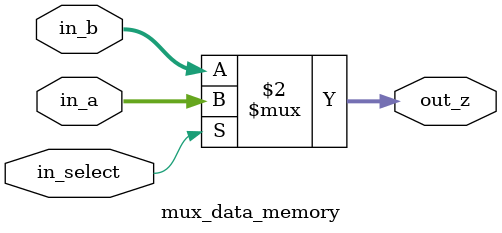
<source format=v>
`timescale 1ns / 1ps
module mux_data_memory(input [31:0] in_a, input [31:0] in_b, input in_select, output [31:0]out_z);

assign out_z = (in_select == 0) ? in_b : in_a;

endmodule

</source>
